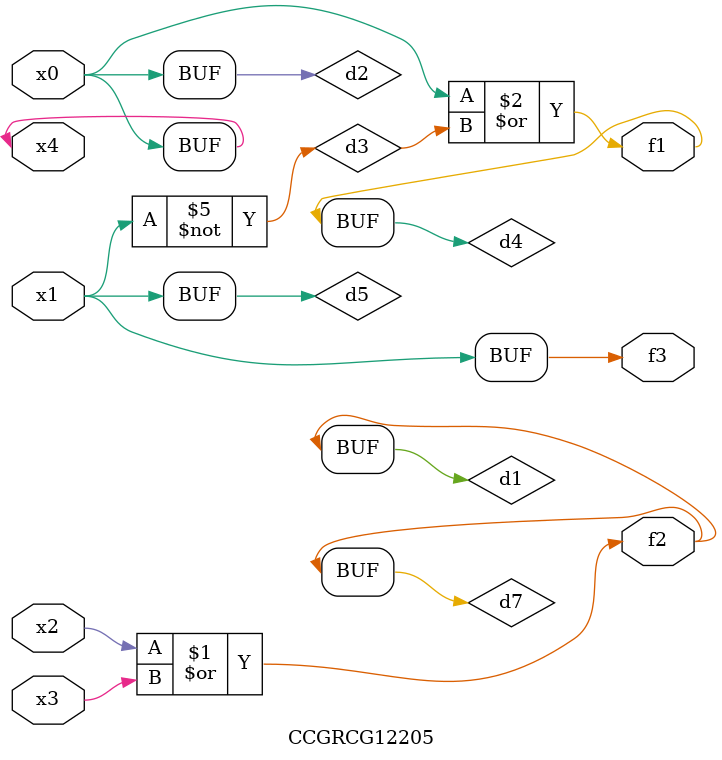
<source format=v>
module CCGRCG12205(
	input x0, x1, x2, x3, x4,
	output f1, f2, f3
);

	wire d1, d2, d3, d4, d5, d6, d7;

	or (d1, x2, x3);
	buf (d2, x0, x4);
	not (d3, x1);
	or (d4, d2, d3);
	not (d5, d3);
	nand (d6, d1, d3);
	or (d7, d1);
	assign f1 = d4;
	assign f2 = d7;
	assign f3 = d5;
endmodule

</source>
